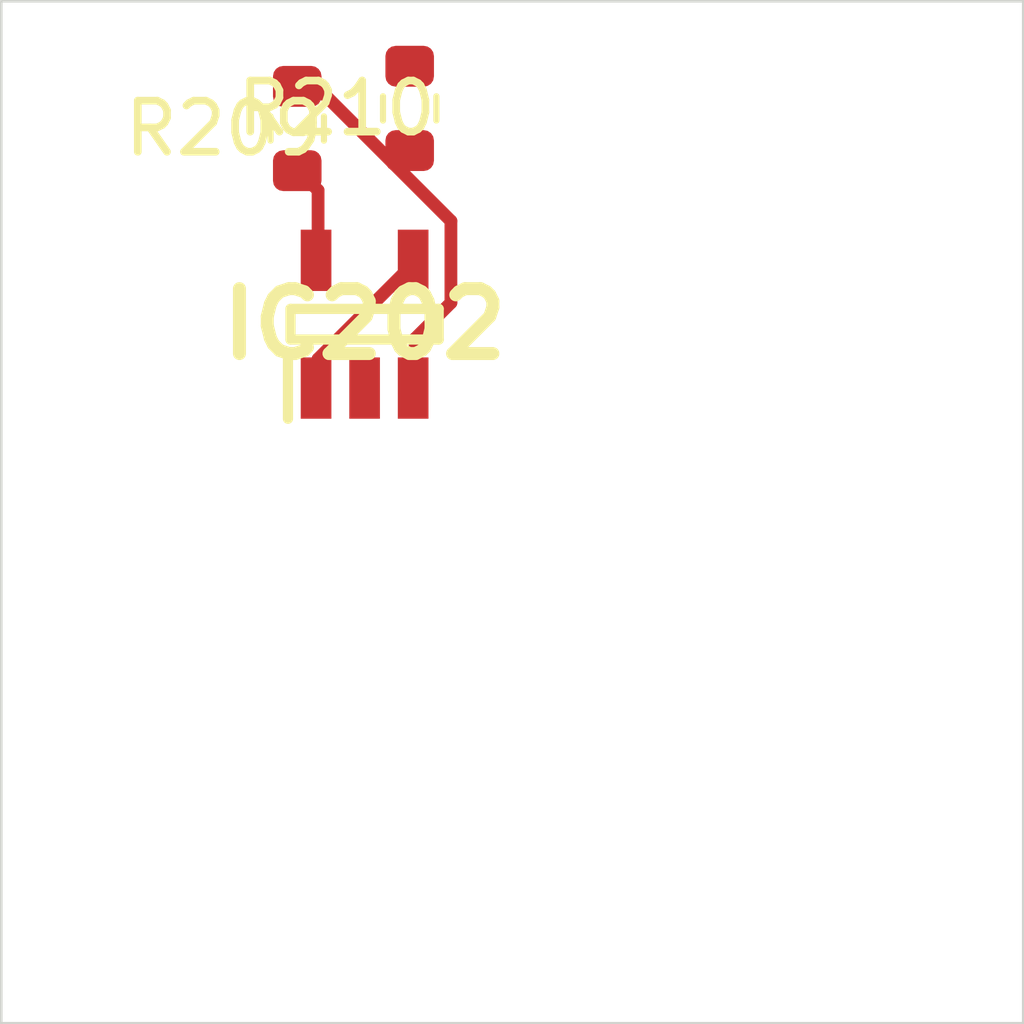
<source format=kicad_pcb>
 ( kicad_pcb  ( version 20171130 )
 ( host pcbnew 5.1.12-84ad8e8a86~92~ubuntu18.04.1 )
 ( general  ( thickness 1.6 )
 ( drawings 4 )
 ( tracks 0 )
 ( zones 0 )
 ( modules 3 )
 ( nets 5 )
)
 ( page A4 )
 ( layers  ( 0 F.Cu signal )
 ( 31 B.Cu signal )
 ( 32 B.Adhes user )
 ( 33 F.Adhes user )
 ( 34 B.Paste user )
 ( 35 F.Paste user )
 ( 36 B.SilkS user )
 ( 37 F.SilkS user )
 ( 38 B.Mask user )
 ( 39 F.Mask user )
 ( 40 Dwgs.User user )
 ( 41 Cmts.User user )
 ( 42 Eco1.User user )
 ( 43 Eco2.User user )
 ( 44 Edge.Cuts user )
 ( 45 Margin user )
 ( 46 B.CrtYd user )
 ( 47 F.CrtYd user )
 ( 48 B.Fab user )
 ( 49 F.Fab user )
)
 ( setup  ( last_trace_width 0.25 )
 ( trace_clearance 0.2 )
 ( zone_clearance 0.508 )
 ( zone_45_only no )
 ( trace_min 0.2 )
 ( via_size 0.8 )
 ( via_drill 0.4 )
 ( via_min_size 0.4 )
 ( via_min_drill 0.3 )
 ( uvia_size 0.3 )
 ( uvia_drill 0.1 )
 ( uvias_allowed no )
 ( uvia_min_size 0.2 )
 ( uvia_min_drill 0.1 )
 ( edge_width 0.05 )
 ( segment_width 0.2 )
 ( pcb_text_width 0.3 )
 ( pcb_text_size 1.5 1.5 )
 ( mod_edge_width 0.12 )
 ( mod_text_size 1 1 )
 ( mod_text_width 0.15 )
 ( pad_size 1.524 1.524 )
 ( pad_drill 0.762 )
 ( pad_to_mask_clearance 0 )
 ( aux_axis_origin 0 0 )
 ( visible_elements FFFFFF7F )
 ( pcbplotparams  ( layerselection 0x010fc_ffffffff )
 ( usegerberextensions false )
 ( usegerberattributes true )
 ( usegerberadvancedattributes true )
 ( creategerberjobfile true )
 ( excludeedgelayer true )
 ( linewidth 0.100000 )
 ( plotframeref false )
 ( viasonmask false )
 ( mode 1 )
 ( useauxorigin false )
 ( hpglpennumber 1 )
 ( hpglpenspeed 20 )
 ( hpglpendiameter 15.000000 )
 ( psnegative false )
 ( psa4output false )
 ( plotreference true )
 ( plotvalue true )
 ( plotinvisibletext false )
 ( padsonsilk false )
 ( subtractmaskfromsilk false )
 ( outputformat 1 )
 ( mirror false )
 ( drillshape 1 )
 ( scaleselection 1 )
 ( outputdirectory "" )
)
)
 ( net 0 "" )
 ( net 1 GND )
 ( net 2 VDDA )
 ( net 3 /Sheet6235D886/vp )
 ( net 4 "Net-(IC202-Pad3)" )
 ( net_class Default "This is the default net class."  ( clearance 0.2 )
 ( trace_width 0.25 )
 ( via_dia 0.8 )
 ( via_drill 0.4 )
 ( uvia_dia 0.3 )
 ( uvia_drill 0.1 )
 ( add_net /Sheet6235D886/vp )
 ( add_net GND )
 ( add_net "Net-(IC202-Pad3)" )
 ( add_net VDDA )
)
 ( module SOT95P280X145-5N locked  ( layer F.Cu )
 ( tedit 62336ED7 )
 ( tstamp 623423ED )
 ( at 87.110600 106.320000 90.000000 )
 ( descr DBV0005A )
 ( tags "Integrated Circuit" )
 ( path /6235D887/6266C08E )
 ( attr smd )
 ( fp_text reference IC202  ( at 0 0 )
 ( layer F.SilkS )
 ( effects  ( font  ( size 1.27 1.27 )
 ( thickness 0.254 )
)
)
)
 ( fp_text value TL071HIDBVR  ( at 0 0 )
 ( layer F.SilkS )
hide  ( effects  ( font  ( size 1.27 1.27 )
 ( thickness 0.254 )
)
)
)
 ( fp_line  ( start -1.85 -1.5 )
 ( end -0.65 -1.5 )
 ( layer F.SilkS )
 ( width 0.2 )
)
 ( fp_line  ( start -0.3 1.45 )
 ( end -0.3 -1.45 )
 ( layer F.SilkS )
 ( width 0.2 )
)
 ( fp_line  ( start 0.3 1.45 )
 ( end -0.3 1.45 )
 ( layer F.SilkS )
 ( width 0.2 )
)
 ( fp_line  ( start 0.3 -1.45 )
 ( end 0.3 1.45 )
 ( layer F.SilkS )
 ( width 0.2 )
)
 ( fp_line  ( start -0.3 -1.45 )
 ( end 0.3 -1.45 )
 ( layer F.SilkS )
 ( width 0.2 )
)
 ( fp_line  ( start -0.8 -0.5 )
 ( end 0.15 -1.45 )
 ( layer Dwgs.User )
 ( width 0.1 )
)
 ( fp_line  ( start -0.8 1.45 )
 ( end -0.8 -1.45 )
 ( layer Dwgs.User )
 ( width 0.1 )
)
 ( fp_line  ( start 0.8 1.45 )
 ( end -0.8 1.45 )
 ( layer Dwgs.User )
 ( width 0.1 )
)
 ( fp_line  ( start 0.8 -1.45 )
 ( end 0.8 1.45 )
 ( layer Dwgs.User )
 ( width 0.1 )
)
 ( fp_line  ( start -0.8 -1.45 )
 ( end 0.8 -1.45 )
 ( layer Dwgs.User )
 ( width 0.1 )
)
 ( fp_line  ( start -2.1 1.775 )
 ( end -2.1 -1.775 )
 ( layer Dwgs.User )
 ( width 0.05 )
)
 ( fp_line  ( start 2.1 1.775 )
 ( end -2.1 1.775 )
 ( layer Dwgs.User )
 ( width 0.05 )
)
 ( fp_line  ( start 2.1 -1.775 )
 ( end 2.1 1.775 )
 ( layer Dwgs.User )
 ( width 0.05 )
)
 ( fp_line  ( start -2.1 -1.775 )
 ( end 2.1 -1.775 )
 ( layer Dwgs.User )
 ( width 0.05 )
)
 ( pad 1 smd rect  ( at -1.25 -0.95 180.000000 )
 ( size 0.6 1.2 )
 ( layers F.Cu F.Mask F.Paste )
 ( net 3 /Sheet6235D886/vp )
)
 ( pad 2 smd rect  ( at -1.25 0 180.000000 )
 ( size 0.6 1.2 )
 ( layers F.Cu F.Mask F.Paste )
 ( net 1 GND )
)
 ( pad 3 smd rect  ( at -1.25 0.95 180.000000 )
 ( size 0.6 1.2 )
 ( layers F.Cu F.Mask F.Paste )
 ( net 4 "Net-(IC202-Pad3)" )
)
 ( pad 4 smd rect  ( at 1.25 0.95 180.000000 )
 ( size 0.6 1.2 )
 ( layers F.Cu F.Mask F.Paste )
 ( net 3 /Sheet6235D886/vp )
)
 ( pad 5 smd rect  ( at 1.25 -0.95 180.000000 )
 ( size 0.6 1.2 )
 ( layers F.Cu F.Mask F.Paste )
 ( net 2 VDDA )
)
)
 ( module Resistor_SMD:R_0603_1608Metric  ( layer F.Cu )
 ( tedit 5F68FEEE )
 ( tstamp 62342595 )
 ( at 85.792508 102.490091 90.000000 )
 ( descr "Resistor SMD 0603 (1608 Metric), square (rectangular) end terminal, IPC_7351 nominal, (Body size source: IPC-SM-782 page 72, https://www.pcb-3d.com/wordpress/wp-content/uploads/ipc-sm-782a_amendment_1_and_2.pdf), generated with kicad-footprint-generator" )
 ( tags resistor )
 ( path /6235D887/623CDBD9 )
 ( attr smd )
 ( fp_text reference R209  ( at 0 -1.43 )
 ( layer F.SilkS )
 ( effects  ( font  ( size 1 1 )
 ( thickness 0.15 )
)
)
)
 ( fp_text value 100k  ( at 0 1.43 )
 ( layer F.Fab )
 ( effects  ( font  ( size 1 1 )
 ( thickness 0.15 )
)
)
)
 ( fp_line  ( start -0.8 0.4125 )
 ( end -0.8 -0.4125 )
 ( layer F.Fab )
 ( width 0.1 )
)
 ( fp_line  ( start -0.8 -0.4125 )
 ( end 0.8 -0.4125 )
 ( layer F.Fab )
 ( width 0.1 )
)
 ( fp_line  ( start 0.8 -0.4125 )
 ( end 0.8 0.4125 )
 ( layer F.Fab )
 ( width 0.1 )
)
 ( fp_line  ( start 0.8 0.4125 )
 ( end -0.8 0.4125 )
 ( layer F.Fab )
 ( width 0.1 )
)
 ( fp_line  ( start -0.237258 -0.5225 )
 ( end 0.237258 -0.5225 )
 ( layer F.SilkS )
 ( width 0.12 )
)
 ( fp_line  ( start -0.237258 0.5225 )
 ( end 0.237258 0.5225 )
 ( layer F.SilkS )
 ( width 0.12 )
)
 ( fp_line  ( start -1.48 0.73 )
 ( end -1.48 -0.73 )
 ( layer F.CrtYd )
 ( width 0.05 )
)
 ( fp_line  ( start -1.48 -0.73 )
 ( end 1.48 -0.73 )
 ( layer F.CrtYd )
 ( width 0.05 )
)
 ( fp_line  ( start 1.48 -0.73 )
 ( end 1.48 0.73 )
 ( layer F.CrtYd )
 ( width 0.05 )
)
 ( fp_line  ( start 1.48 0.73 )
 ( end -1.48 0.73 )
 ( layer F.CrtYd )
 ( width 0.05 )
)
 ( fp_text user %R  ( at 0 0 )
 ( layer F.Fab )
 ( effects  ( font  ( size 0.4 0.4 )
 ( thickness 0.06 )
)
)
)
 ( pad 1 smd roundrect  ( at -0.825 0 90.000000 )
 ( size 0.8 0.95 )
 ( layers F.Cu F.Mask F.Paste )
 ( roundrect_rratio 0.25 )
 ( net 2 VDDA )
)
 ( pad 2 smd roundrect  ( at 0.825 0 90.000000 )
 ( size 0.8 0.95 )
 ( layers F.Cu F.Mask F.Paste )
 ( roundrect_rratio 0.25 )
 ( net 4 "Net-(IC202-Pad3)" )
)
 ( model ${KISYS3DMOD}/Resistor_SMD.3dshapes/R_0603_1608Metric.wrl  ( at  ( xyz 0 0 0 )
)
 ( scale  ( xyz 1 1 1 )
)
 ( rotate  ( xyz 0 0 0 )
)
)
)
 ( module Resistor_SMD:R_0603_1608Metric  ( layer F.Cu )
 ( tedit 5F68FEEE )
 ( tstamp 623425A6 )
 ( at 87.992851 102.096543 90.000000 )
 ( descr "Resistor SMD 0603 (1608 Metric), square (rectangular) end terminal, IPC_7351 nominal, (Body size source: IPC-SM-782 page 72, https://www.pcb-3d.com/wordpress/wp-content/uploads/ipc-sm-782a_amendment_1_and_2.pdf), generated with kicad-footprint-generator" )
 ( tags resistor )
 ( path /6235D887/623CDBDF )
 ( attr smd )
 ( fp_text reference R210  ( at 0 -1.43 )
 ( layer F.SilkS )
 ( effects  ( font  ( size 1 1 )
 ( thickness 0.15 )
)
)
)
 ( fp_text value 100k  ( at 0 1.43 )
 ( layer F.Fab )
 ( effects  ( font  ( size 1 1 )
 ( thickness 0.15 )
)
)
)
 ( fp_line  ( start 1.48 0.73 )
 ( end -1.48 0.73 )
 ( layer F.CrtYd )
 ( width 0.05 )
)
 ( fp_line  ( start 1.48 -0.73 )
 ( end 1.48 0.73 )
 ( layer F.CrtYd )
 ( width 0.05 )
)
 ( fp_line  ( start -1.48 -0.73 )
 ( end 1.48 -0.73 )
 ( layer F.CrtYd )
 ( width 0.05 )
)
 ( fp_line  ( start -1.48 0.73 )
 ( end -1.48 -0.73 )
 ( layer F.CrtYd )
 ( width 0.05 )
)
 ( fp_line  ( start -0.237258 0.5225 )
 ( end 0.237258 0.5225 )
 ( layer F.SilkS )
 ( width 0.12 )
)
 ( fp_line  ( start -0.237258 -0.5225 )
 ( end 0.237258 -0.5225 )
 ( layer F.SilkS )
 ( width 0.12 )
)
 ( fp_line  ( start 0.8 0.4125 )
 ( end -0.8 0.4125 )
 ( layer F.Fab )
 ( width 0.1 )
)
 ( fp_line  ( start 0.8 -0.4125 )
 ( end 0.8 0.4125 )
 ( layer F.Fab )
 ( width 0.1 )
)
 ( fp_line  ( start -0.8 -0.4125 )
 ( end 0.8 -0.4125 )
 ( layer F.Fab )
 ( width 0.1 )
)
 ( fp_line  ( start -0.8 0.4125 )
 ( end -0.8 -0.4125 )
 ( layer F.Fab )
 ( width 0.1 )
)
 ( fp_text user %R  ( at 0 0 )
 ( layer F.Fab )
 ( effects  ( font  ( size 0.4 0.4 )
 ( thickness 0.06 )
)
)
)
 ( pad 2 smd roundrect  ( at 0.825 0 90.000000 )
 ( size 0.8 0.95 )
 ( layers F.Cu F.Mask F.Paste )
 ( roundrect_rratio 0.25 )
 ( net 1 GND )
)
 ( pad 1 smd roundrect  ( at -0.825 0 90.000000 )
 ( size 0.8 0.95 )
 ( layers F.Cu F.Mask F.Paste )
 ( roundrect_rratio 0.25 )
 ( net 4 "Net-(IC202-Pad3)" )
)
 ( model ${KISYS3DMOD}/Resistor_SMD.3dshapes/R_0603_1608Metric.wrl  ( at  ( xyz 0 0 0 )
)
 ( scale  ( xyz 1 1 1 )
)
 ( rotate  ( xyz 0 0 0 )
)
)
)
 ( gr_line  ( start 100 100 )
 ( end 100 120 )
 ( layer Edge.Cuts )
 ( width 0.05 )
 ( tstamp 62E770C4 )
)
 ( gr_line  ( start 80 120 )
 ( end 100 120 )
 ( layer Edge.Cuts )
 ( width 0.05 )
 ( tstamp 62E770C0 )
)
 ( gr_line  ( start 80 100 )
 ( end 100 100 )
 ( layer Edge.Cuts )
 ( width 0.05 )
 ( tstamp 6234110C )
)
 ( gr_line  ( start 80 100 )
 ( end 80 120 )
 ( layer Edge.Cuts )
 ( width 0.05 )
)
 ( segment  ( start 85.800001 103.300002 )
 ( end 86.200001 103.700002 )
 ( width 0.250000 )
 ( layer F.Cu )
 ( net 2 )
)
 ( segment  ( start 86.200001 103.700002 )
 ( end 86.200001 105.100002 )
 ( width 0.250000 )
 ( layer F.Cu )
 ( net 2 )
)
 ( segment  ( start 88.100001 105.100002 )
 ( end 86.200001 107.000002 )
 ( width 0.250000 )
 ( layer F.Cu )
 ( net 3 )
)
 ( segment  ( start 86.200001 107.000002 )
 ( end 86.200001 107.600002 )
 ( width 0.250000 )
 ( layer F.Cu )
 ( net 3 )
)
 ( segment  ( start 85.800001 101.700002 )
 ( end 86.200001 101.700002 )
 ( width 0.250000 )
 ( layer F.Cu )
 ( net 4 )
)
 ( segment  ( start 86.200001 101.700002 )
 ( end 88.800001 104.300002 )
 ( width 0.250000 )
 ( layer F.Cu )
 ( net 4 )
)
 ( segment  ( start 88.800001 104.300002 )
 ( end 88.800001 105.900002 )
 ( width 0.250000 )
 ( layer F.Cu )
 ( net 4 )
)
 ( segment  ( start 88.800001 105.900002 )
 ( end 88.100001 106.600002 )
 ( width 0.250000 )
 ( layer F.Cu )
 ( net 4 )
)
 ( segment  ( start 88.100001 106.600002 )
 ( end 88.100001 107.600002 )
 ( width 0.250000 )
 ( layer F.Cu )
 ( net 4 )
)
 ( segment  ( start 88.000001 102.900002 )
 ( end 87.700001 103.200002 )
 ( width 0.250000 )
 ( layer F.Cu )
 ( net 4 )
)
)

</source>
